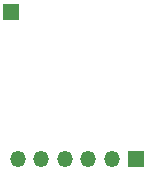
<source format=gbr>
%TF.GenerationSoftware,KiCad,Pcbnew,7.0.8*%
%TF.CreationDate,2024-10-17T18:58:31-04:00*%
%TF.ProjectId,Untitled,556e7469-746c-4656-942e-6b696361645f,rev?*%
%TF.SameCoordinates,Original*%
%TF.FileFunction,Soldermask,Bot*%
%TF.FilePolarity,Negative*%
%FSLAX46Y46*%
G04 Gerber Fmt 4.6, Leading zero omitted, Abs format (unit mm)*
G04 Created by KiCad (PCBNEW 7.0.8) date 2024-10-17 18:58:31*
%MOMM*%
%LPD*%
G01*
G04 APERTURE LIST*
%ADD10R,1.350000X1.350000*%
%ADD11O,1.350000X1.350000*%
G04 APERTURE END LIST*
D10*
%TO.C,J2*%
X121900000Y-76800000D03*
%TD*%
%TO.C,J1*%
X132420000Y-89260000D03*
D11*
X130420000Y-89260000D03*
X128420000Y-89260000D03*
X126420000Y-89260000D03*
X124420000Y-89260000D03*
X122420000Y-89260000D03*
%TD*%
M02*

</source>
